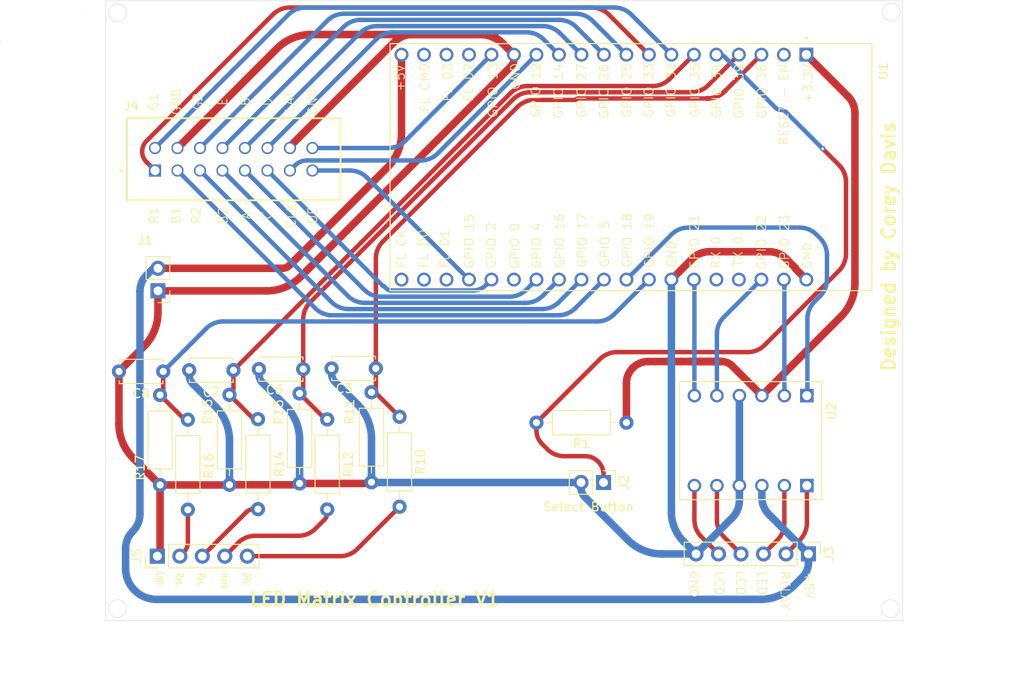
<source format=kicad_pcb>
(kicad_pcb (version 20221018) (generator pcbnew)
  (layers (0 "F.Cu" signal) (31 "B.Cu" signal) (34 "B.Paste" user) (35 "F.Paste" user) (36 "B.SilkS" user "B.Silkscreen") (37 "F.SilkS" user "F.Silkscreen") (38 "B.Mask" user) (39 "F.Mask" user) (44 "Edge.Cuts" user))
  (net 0 "")
  (net 1 "Net-(U1-SENSOR_VP)")
  (net 2 "GND")
  (net 3 "Net-(U1-SENSOR_VN)")
  (net 4 "Net-(U1-IO35)")
  (net 5 "Net-(U1-IO19)")
  (net 6 "+5V")
  (net 7 "Net-(J2-Pin_1)")
  (net 8 "Net-(J3-Pin_2)")
  (net 9 "Net-(J3-Pin_3)")
  (net 10 "Net-(J3-Pin_4)")
  (net 11 "Net-(J3-Pin_5)")
  (net 12 "Net-(J4-OE)")
  (net 13 "Net-(J4-G1)")
  (net 14 "Net-(J4-CLK)")
  (net 15 "Net-(J4-G2)")
  (net 16 "Net-(J4-E)")
  (net 17 "Net-(J4-A)")
  (net 18 "Net-(J4-B)")
  (net 19 "Net-(J4-C)")
  (net 20 "Net-(J4-D)")
  (net 21 "+3.3V")
  (net 22 "Net-(J5-Pin_2)")
  (net 23 "Net-(J5-Pin_3)")
  (net 28 "Net-(U1-IO23)")
  (net 29 "Net-(U1-IO22)")
  (net 32 "Net-(U1-IO21)")
  (net 33 "Net-(U1-IO18)")
  (net 38 "Net-(J4-R1)")
  (net 39 "Net-(J4-B1)")
  (net 40 "Net-(J4-R2)")
  (net 41 "Net-(J4-B2)")
  (net 42 "Net-(J5-Pin_4)")
  (net 43 "Net-(J5-Pin_5)")
  (net 44 "Net-(U1-IO13)")
  (footprint "Resistor_THT:R_Axial_DIN0207_L6.3mm_D2.5mm_P10.16mm_Horizontal" (layer "F.Cu") (at 51.77 71.3 -90)
    (fp_text reference "R16")
    (fp_text value "47K")
  )
  (footprint "Library:SAMTEC_ZSS-108-01-F-D-506" (layer "F.Cu") (at 48.06 43.1576)
    (fp_text reference "J4")
    (fp_text value "ZSS-108-01-F-D-506")
  )
  (footprint "Connector_PinHeader_2.54mm:PinHeader_1x02_P2.54mm_Vertical" (layer "F.Cu") (at 98.715 78.39 -90)
    (fp_text reference "J2")
    (fp_text value "Select Button")
  )
  (footprint "Connector_PinHeader_2.54mm:PinHeader_1x02_P2.54mm_Vertical" (layer "F.Cu") (at 48.395 56.74 180)
    (fp_text reference "J1")
    (fp_text value "5V Power In")
  )
  (footprint "Connector_PinHeader_2.54mm:PinHeader_1x06_P2.54mm_Vertical" (layer "F.Cu") (at 121.86 86.46 -90)
    (fp_text reference "J3")
    (fp_text value "LCD, Relay, LED Signal" hide)
  )
  (footprint "Resistor_THT:R_Axial_DIN0207_L6.3mm_D2.5mm_P10.16mm_Horizontal" (layer "F.Cu") (at 72.51 68.2 -90)
    (fp_text reference "R11")
    (fp_text value "10K")
  )
  (footprint "Connector_PinHeader_2.54mm:PinHeader_1x05_P2.54mm_Vertical" (layer "F.Cu") (at 48.325 86.71 90)
    (fp_text reference "J5")
    (fp_text value "Conn_01x05_Pin" hide)
  )
  (footprint "ESP32-DEVKITC-32D:MODULE_ESP32-DEVKITC-32D" (layer "F.Cu") (at 101.86 42.775 -90)
    (fp_text reference "U1")
    (fp_text value "ESP32-DEVKITC-32D")
  )
  (footprint "Capacitor_THT:C_Disc_D4.7mm_W2.5mm_P5.00mm" (layer "F.Cu") (at 56.92 65.71 180)
    (fp_text reference "C7")
    (fp_text value "22pF")
  )
  (footprint "BOB-12009:CONV_BOB-12009" (layer "F.Cu") (at 115.33 73.66 -90)
    (fp_text reference "U2")
    (fp_text value "BOB-12009")
  )
  (footprint "Resistor_THT:R_Axial_DIN0207_L6.3mm_D2.5mm_P10.16mm_Horizontal" (layer "F.Cu") (at 64.39 68.34 -90)
    (fp_text reference "R13")
    (fp_text value "10K")
  )
  (footprint "Capacitor_THT:C_Disc_D4.7mm_W2.5mm_P5.00mm" (layer "F.Cu") (at 48.99 65.85 180)
    (fp_text reference "C8")
    (fp_text value "22pF")
  )
  (footprint "Capacitor_THT:C_Disc_D4.7mm_W2.5mm_P5.00mm" (layer "F.Cu") (at 73 65.51 180)
    (fp_text reference "C5")
    (fp_text value "22pF")
  )
  (footprint "Resistor_THT:R_Axial_DIN0207_L6.3mm_D2.5mm_P10.16mm_Horizontal" (layer "F.Cu") (at 48.63 68.51 -90)
    (fp_text reference "R17")
    (fp_text value "10K")
  )
  (footprint "Resistor_THT:R_Axial_DIN0207_L6.3mm_D2.5mm_P10.16mm_Horizontal" (layer "F.Cu") (at 56.47 68.49 -90)
    (fp_text reference "R15")
    (fp_text value "10K")
  )
  (footprint "Capacitor_THT:C_Disc_D4.7mm_W2.5mm_P5.00mm" (layer "F.Cu") (at 64.8 65.59 180)
    (fp_text reference "C6")
    (fp_text value "22pF")
  )
  (footprint "Resistor_THT:R_Axial_DIN0207_L6.3mm_D2.5mm_P10.16mm_Horizontal" (layer "F.Cu") (at 101.3 71.63 180)
    (fp_text reference "R1")
    (fp_text value "1M")
  )
  (footprint "Resistor_THT:R_Axial_DIN0207_L6.3mm_D2.5mm_P10.16mm_Horizontal" (layer "F.Cu") (at 59.69 71.24 -90)
    (fp_text reference "R14")
    (fp_text value "47K")
  )
  (footprint "Resistor_THT:R_Axial_DIN0207_L6.3mm_D2.5mm_P10.16mm_Horizontal" (layer "F.Cu") (at 67.51 71.27 -90)
    (fp_text reference "R12")
    (fp_text value "47K")
  )
  (footprint "Resistor_THT:R_Axial_DIN0207_L6.3mm_D2.5mm_P10.16mm_Horizontal" (layer "F.Cu") (at 75.68 70.97 -90)
    (fp_text reference "R10")
    (fp_text value "47K")
  )
  (gr_circle (center 30.58 28.66) (end 30.58 28.66) (stroke (width 0.05)) (fill none) (layer "Edge.Cuts"))
  (gr_circle (center 131.22 25.26) (end 131.95 25.95) (stroke (width 0.05)) (fill none) (layer "Edge.Cuts"))
  (gr_circle (center 131.11 92.63) (end 131.84 93.32) (stroke (width 0.05)) (fill none) (layer "Edge.Cuts"))
  (gr_rect (start 42.5 24) (end 132.5 94) (stroke (width 0.05)) (fill none) (layer "Edge.Cuts"))
  (gr_circle (center 40 25) (end 40 25) (stroke (width 0.05)) (fill none) (layer "Edge.Cuts"))
  (gr_circle (center 43.83 92.63) (end 44.56 93.32) (stroke (width 0.05)) (fill none) (layer "Edge.Cuts"))
  (gr_circle (center 43.83 25.35) (end 44.56 26.04) (stroke (width 0.05)) (fill none) (layer "Edge.Cuts"))
  (gr_text "+5V" (at 121.33 88.39 -90) (layer "F.SilkS") (effects (font (size 1 1) (thickness 0.1)) (justify left bottom)))
  (gr_text "GPIO 25" (at 101.94 37.2675 90) (layer "F.SilkS") (effects (font (size 1 1) (thickness 0.1)) (justify left bottom)))
  (gr_text "RX 0" (at 112 54.3175 90) (layer "F.SilkS") (effects (font (size 1 1) (thickness 0.1)) (justify left bottom)))
  (gr_text "FL CK" (at 76.47 54.2675 90) (layer "F.SilkS") (effects (font (size 1 1) (thickness 0.1)) (justify left bottom)))
  (gr_text "GPIO 34" (at 112.08 37.3275 90) (layer "F.SilkS") (effects (font (size 1 1) (thickness 0.1)) (justify left bottom)))
  (gr_text "GND" (at 122.3 54.3775 90) (layer "F.SilkS") (effects (font (size 1 1) (thickness 0.1)) (justify left bottom)))
  (gr_text "GND" (at 48.085 88.36 -90) (layer "F.SilkS") (effects (font (size 0.8 0.5) (thickness 0.1)) (justify left bottom)))
  (gr_text "GPIO 26" (at 99.35 37.3675 90) (layer "F.SilkS") (effects (font (size 1 1) (thickness 0.1)) (justify left bottom)))
  (gr_text "GND" (at 66.46 36.977619 90) (layer "F.SilkS") (effects (font (size 1 1) (thickness 0.1)) (justify left bottom)))
  (gr_text "GPIO 22" (at 117.14 54.4375 90) (layer "F.SilkS") (effects (font (size 1 1) (thickness 0.1)) (justify left bottom)))
  (gr_text "C" (at 61.27 48.801428 90) (layer "F.SilkS") (effects (font (size 1 1) (thickness 0.1)) (justify left bottom)))
  (gr_text "GPIO 18" (at 101.98 54.2175 90) (layer "F.SilkS") (effects (font (size 1 1) (thickness 0.1)) (justify left bottom)))
  (gr_text "GPIO 39" (at 114.6 37.3875 90) (layer "F.SilkS") (effects (font (size 1 1) (thickness 0.1)) (justify left bottom)))
  (gr_text "GPIO 32" (at 106.93 37.2575 90) (layer "F.SilkS") (effects (font (size 1 1) (thickness 0.1)) (justify left bottom)))
  (gr_text "Res." (at 50.325 88.58 -90) (layer "F.SilkS") (effects (font (size 0.8 0.5) (thickness 0.1)) (justify left bottom)))
  (gr_text "GPIO 19" (at 104.47 54.2475 90) (layer "F.SilkS") (effects (font (size 1 1) (thickness 0.1)) (justify left bottom)))
  (gr_text "GPIO 36" (at 117.18 37.3475 90) (layer "F.SilkS") (effects (font (size 1 1) (thickness 0.1)) (justify left bottom)))
  (gr_text "B1" (at 51.01 49.277619 90) (layer "F.SilkS") (effects (font (size 1 1) (thickness 0.1)) (justify left bottom)))
  (gr_text "GPIO 5" (at 99.43 54.1575 90) (layer "F.SilkS") (effects (font (size 1 1) (thickness 0.1)) (justify left bottom)))
  (gr_text "GND" (at 106.99 54.2175 90) (layer "F.SilkS") (effects (font (size 1 1) (thickness 0.1)) (justify left bottom)))
  (gr_text "A" (at 58.93 48.73 90) (layer "F.SilkS") (effects (font (size 1 1) (thickness 0.1)) (justify left bottom)))
  (gr_text "GPIO 0" (at 89.28 54.3475 90) (layer "F.SilkS") (effects (font (size 1 1) (thickness 0.1)) (justify left bottom)))
  (gr_text "GPIO 15" (at 84.14 54.3175 90) (layer "F.SilkS") (effects (font (size 1 1) (thickness 0.1)) (justify left bottom)))
  (gr_text "GPIO 16" (at 94.35 54.2775 90) (layer "F.SilkS") (effects (font (size 1 1) (thickness 0.1)) (justify left bottom)))
  (gr_text "GPIO 14" (at 94.21 37.3375 90) (layer "F.SilkS") (effects (font (size 1 1) (thickness 0.1)) (justify left bottom)))
  (gr_text "LCD" (at 113.61 88.26 -90) (layer "F.SilkS") (effects (font (size 1 1) (thickness 0.1)) (justify left bottom)))
  (gr_text "B" (at 58.85 35.953809 90) (layer "F.SilkS") (effects (font (size 1 1) (thickness 0.1)) (justify left bottom)))
  (gr_text "D" (at 61.35 35.953809 90) (layer "F.SilkS") (effects (font (size 1 1) (thickness 0.1)) (justify left bottom)))
  (gr_text "G1" (at 48.47 36.43 90) (layer "F.SilkS") (effects (font (size 1 1) (thickness 0.1)) (justify left bottom)))
  (gr_text "GPIO 4" (at 91.74 54.3175 90) (layer "F.SilkS") (effects (font (size 1 1) (thickness 0.1)) (justify left bottom)))
  (gr_text "Res." (at 52.785 88.56 -90) (layer "F.SilkS") (effects (font (size 0.8 0.5) (thickness 0.1)) (justify left bottom)))
  (gr_text "LED\n" (at 116.01 88.34 -90) (layer "F.SilkS") (effects (font (size 1 1) (thickness 0.1)) (justify left bottom)))
  (gr_text "GPIO 23" (at 119.75 54.3775 90) (layer "F.SilkS") (effects (font (size 1 1) (thickness 0.1)) (justify left bottom)))
  (gr_text "FL D1" (at 81.37 54.2475 90) (layer "F.SilkS") (effects (font (size 1 1) (thickness 0.1)) (justify left bottom)))
  (gr_text "FL D3" (at 81.7 35.4375 90) (layer "F.SilkS") (effects (font (size 1 1) (thickness 0.1) bold) (justify left bottom)))
  (gr_text "Horn" (at 55.475 88.6 -90) (layer "F.SilkS") (effects (font (size 0.8 0.5) (thickness 0.1)) (justify left bottom)))
  (gr_text "GPIO 35" (at 109.63 37.2675 90) (layer "F.SilkS") (effects (font (size 1 1) (thickness 0.1)) (justify left bottom)))
  (gr_text "OE" (at 66.45 49.277619 90) (layer "F.SilkS") (effects (font (size 1 1) (thickness 0.1)) (justify left bottom)))
  (gr_text "TX 0" (at 114.49 54.0675 90) (layer "F.SilkS") (effects (font (size 1 1) (thickness 0.1)) (justify left bottom)))
  (gr_text "GPIO 2" (at 86.63 54.3175 90) (layer "F.SilkS") (effects (font (size 1 1) (thickness 0.1)) (justify left bottom)))
  (gr_text "CLK" (at 64.04 49.70619 90) (layer "F.SilkS") (effects (font (size 1 1) (thickness 0.1)) (justify left bottom)))
  (gr_text "DRL" (at 57.935 88.53 -90) (layer "F.SilkS") (effects (font (size 0.8 0.5) (thickness 0.1)) (justify left bottom)))
  (gr_text "R2" (at 53.3 49.277619 90) (layer "F.SilkS") (effects (font (size 1 1) (thickness 0.1)) (justify left bottom)))
  (gr_text "GND" (at 108.36 88.27 -90) (layer "F.SilkS") (effects (font (size 1 1) (thickness 0.1)) (justify left bottom)))
  (gr_text "R1" (at 48.5 49.277619 90) (layer "F.SilkS") (effects (font (size 1 1) (thickness 0.1)) (justify left bottom)))
  (gr_text "RESET - EN" (at 119.67 40.4075 90) (layer "F.SilkS") (effects (font (size 1 1) (thickness 0.1)) (justify left bottom)))
  (gr_text "FL D2" (at 84.07 35.4675 90) (layer "F.SilkS") (effects (font (size 1 1) (thickness 0.1) bold) (justify left bottom)))
  (gr_text "Designed by Corey Davis" (at 131.8 66.02 90) (layer "F.SilkS") (effects (font (size 1.5 1.5) (thickness 0.3) bold) (justify left bottom)))
  (gr_text "GPIO 12" (at 91.65 37.2275 90) (layer "F.SilkS") (effects (font (size 1 1) (thickness 0.1)) (justify left bottom)))
  (gr_text "GPIO 27" (at 96.82 37.3075 90) (layer "F.SilkS") (effects (font (size 1 1) (thickness 0.1)) (justify left bottom)))
  (gr_text "G2" (at 53.49 36.43 90) (layer "F.SilkS") (effects (font (size 1 1) (thickness 0.1)) (justify left bottom)))
  (gr_text "GPIO 17" (at 96.88 54.2175 90) (layer "F.SilkS") (effects (font (size 1 1) (thickness 0.1)) (justify left bottom)))
  (gr_text "FL D0" (at 78.96 54.2475 90) (layer "F.SilkS") (effects (font (size 1 1) (thickness 0.1)) (justify left bottom)))
  (gr_text "E" (at 56.29 35.90619 90) (layer "F.SilkS") (effects (font (size 1 1) (thickness 0.1)) (justify left bottom)))
  (gr_text "RELAY" (at 118.64 88.31 -90) (layer "F.SilkS") (effects (font (size 1 1) (thickness 0.1)) (justify left bottom)))
  (gr_text "B2" (at 56.34 49.277619 90) (layer "F.SilkS") (effects (font (size 1 1) (thickness 0.1)) (justify left bottom)))
  (gr_text "LCD" (at 111.18 88.28 -90) (layer "F.SilkS") (effects (font (size 1 1) (thickness 0.1)) (justify left bottom)))
  (gr_text "FL CMD" (at 79.11 36.6475 90) (layer "F.SilkS") (effects (font (size 1 1) (thickness 0.1) bold) (justify left bottom)))
  (gr_text "GND" (at 51.07 36.977619 90) (layer "F.SilkS") (effects (font (size 1 1) (thickness 0.1)) (justify left bottom)))
  (gr_text "+5V" (at 76.34 34.3075 90) (layer "F.SilkS") (effects (font (size 1 1) (thickness 0.1) bold) (justify left bottom)))
  (gr_text "LAT" (at 63.84 36.668095 90) (layer "F.SilkS") (effects (font (size 1 1) (thickness 0.1)) (justify left bottom)))
  (gr_text "+3.3V" (at 122.41 35.6475 90) (layer "F.SilkS") (effects (font (size 1 1) (thickness 0.1)) (justify left bottom)))
  (gr_text "GPIO 13" (at 86.81 37.2575 90) (layer "F.SilkS") (effects (font (size 1 1) (thickness 0.1) bold) (justify left bottom)))
  (gr_text "GPIO 21" (at 109.57 54.3475 90) (layer "F.SilkS") (effects (font (size 1 1) (thickness 0.1)) (justify left bottom)))
  (gr_text "GPIO 33" (at 104.43 37.2675 90) (layer "F.SilkS") (effects (font (size 1 1) (thickness 0.1)) (justify left bottom)))
  (gr_text "LED Matrix Controller V1" (at 58.61 92.47) (layer "F.SilkS") (effects (font (size 1.5 1.5) (thickness 0.3) bold) (justify left bottom)))
  (gr_text "GND" (at 89.34 34.1175 90) (layer "F.SilkS") (effects (font (size 1 1) (thickness 0.1)) (justify left bottom)))
  (segment (start 112.438281 34.176696) (end 112.436592 34.178383) (width 0.5) (layer "F.Cu") (net 1))
  (segment (start 110.367806 35.019994) (end 110.364228 35.019994) (width 0.5) (layer "F.Cu") (net 1))
  (segment (start 112.439969 34.175008) (end 112.442501 34.172478) (width 0.5) (layer "F.Cu") (net 1))
  (segment (start 110.27714 35.02) (end 95.864403 35.02) (width 0.5) (layer "F.Cu") (net 1))
  (segment (start 112.434905 34.180069) (end 112.433218 34.181756) (width 0.5) (layer "F.Cu") (net 1))
  (segment (start 110.386892 35.019991) (end 110.377349 35.019993) (width 0.5) (layer "F.Cu") (net 1))
  (segment (start 112.405285 34.209496) (end 112.378121 34.236317) (width 0.5) (layer "F.Cu") (net 1))
  (segment (start 112.436592 34.178383) (end 112.434905 34.180069) (width 0.5) (layer "F.Cu") (net 1))
  (segment (start 112.468654 34.146335) (end 112.466967 34.148022) (width 0.5) (layer "F.Cu") (net 1))
  (segment (start 112.44925 34.165733) (end 112.442501 34.172478) (width 0.5) (layer "F.Cu") (net 1))
  (segment (start 112.009943 34.538266) (end 112.072145 34.494132) (width 0.5) (layer "F.Cu") (net 1))
  (segment (start 110.400016 35.019987) (end 110.396435 35.019988) (width 0.5) (layer "F.Cu") (net 1))
  (segment (start 73 68.29) (end 73 53.098115) (width 0.5) (layer "F.Cu") (net 1))
  (segment (start 110.404789 35.019985) (end 110.402403 35.019986) (width 0.5) (layer "F.Cu") (net 1))
  (segment (start 110.960952 34.972774) (end 110.885761 34.985549) (width 0.5) (layer "F.Cu") (net 1))
  (segment (start 111.749555 34.696828) (end 111.816306 34.659936) (width 0.5) (layer "F.Cu") (net 1))
  (segment (start 112.466967 34.148022) (end 112.465278 34.149709) (width 0.5) (layer "F.Cu") (net 1))
  (segment (start 112.266865 34.340738) (end 112.29547 34.315502) (width 0.5) (layer "F.Cu") (net 1))
  (segment (start 111.473051 34.825242) (end 111.543513 34.796055) (width 0.5) (layer "F.Cu") (net 1))
  (segment (start 110.734534 35.005233) (end 110.715526 35.007375) (width 0.5) (layer "F.Cu") (net 1))
  (segment (start 112.482151 34.132839) (end 112.473716 34.141274) (width 0.5) (layer "F.Cu") (net 1))
  (segment (start 112.526859 34.088133) (end 116.54 30.075) (width 0.5) (layer "F.Cu") (net 1))
  (segment (start 112.473716 34.141274) (end 112.468654 34.146335) (width 0.5) (layer "F.Cu") (net 1))
  (segment (start 95.471934 35.182566) (end 90.915549 35.182566) (width 0.5) (layer "F.Cu") (net 1))
  (segment (start 112.465278 34.149709) (end 112.462748 34.152239) (width 0.5) (layer "F.Cu") (net 1))
  (segment (start 110.487102 35.019605) (end 110.448928 35.019848) (width 0.5) (layer "F.Cu") (net 1))
  (segment (start 112.499865 34.115125) (end 112.490586 34.124404) (width 0.5) (layer "F.Cu") (net 1))
  (segment (start 88.991671 35.979462) (end 73.796896 51.174237) (width 0.5) (layer "F.Cu") (net 1))
  (segment (start 112.439969 34.175008) (end 112.438281 34.176696) (width 0.5) (layer "F.Cu") (net 1))
  (segment (start 110.639609 35.014774) (end 110.601536 35.017154) (width 0.5) (layer "F.Cu") (net 1))
  (segment (start 110.359454 35.019995) (end 110.352296 35.019996) (width 0.5) (layer "F.Cu") (net 1))
  (segment (start 110.402403 35.019986) (end 110.400016 35.019987) (width 0.5) (layer "F.Cu") (net 1))
  (segment (start 110.409562 35.019985) (end 110.410755 35.019985) (width 0.5) (layer "F.Cu") (net 1))
  (segment (start 110.315315 35.019998) (end 110.27714 35.02) (width 0.5) (layer "F.Cu") (net 1))
  (segment (start 110.396435 35.019988) (end 110.386892 35.019991) (width 0.5) (layer "F.Cu") (net 1))
  (segment (start 110.352296 35.019996) (end 110.340367 35.019997) (width 0.5) (layer "F.Cu") (net 1))
  (segment (start 111.257194 34.900771) (end 111.183907 34.921885) (width 0.5) (layer "F.Cu") (net 1))
  (segment (start 110.407176 35.019985) (end 110.404789 35.019985) (width 0.5) (layer "F.Cu") (net 1))
  (segment (start 110.361841 35.019995) (end 110.359454 35.019995) (width 0.5) (layer "F.Cu") (net 1))
  (segment (start 112.350882 34.263063) (end 112.350872 34.263072) (width 0.5) (layer "F.Cu") (net 1))
  (segment (start 73 68.29) (end 75.68 70.97) (width 0.5) (layer "F.Cu") (net 1))
  (segment (start 110.525274 35.019257) (end 110.525289 35.019257) (width 0.5) (layer "F.Cu") (net 1))
  (segment (start 110.315315 35.019998) (end 110.328438 35.019998) (width 0.5) (layer "F.Cu") (net 1))
  (segment (start 112.455999 34.158986) (end 112.44925 34.165733) (width 0.5) (layer "F.Cu") (net 1))
  (segment (start 112.526859 34.088133) (end 112.499865 34.115125) (width 0.5) (layer "F.Cu") (net 1))
  (segment (start 110.340367 35.019997) (end 110.328438 35.019998) (width 0.5) (layer "F.Cu") (net 1))
  (segment (start 112.490586 34.124404) (end 112.482151 34.132839) (width 0.5) (layer "F.Cu") (net 1))
  (segment (start 110.364228 35.019994) (end 110.361841 35.019995) (width 0.5) (layer "F.Cu") (net 1))
  (segment (start 112.462748 34.152239) (end 112.455999 34.158986) (width 0.5) (layer "F.Cu") (net 1))
  (segment (start 110.409562 35.019985) (end 110.407176 35.019985) (width 0.5) (layer "F.Cu") (net 1))
  (segment (start 112.207951 34.389188) (end 112.192996 34.401114) (width 0.5) (layer "F.Cu") (net 1))
  (segment (start 110.377349 35.019993) (end 110.367806 35.019994) (width 0.5) (layer "F.Cu") (net 1))
  (segment (start 112.432375 34.1826) (end 112.433218 34.181756) (width 0.5) (layer "F.Cu") (net 1))
  (arc (start 110.734534 35.005233) (mid 110.772422 35.000902) (end 110.810297 34.99645) (width 0.5) (layer "F.Cu") (net 1))
  (arc (start 112.133214 34.448478) (mid 112.163142 34.424843) (end 112.192996 34.401114) (width 0.5) (layer "F.Cu") (net 1))
  (arc (start 112.432375 34.1826) (mid 112.418848 34.196066) (end 112.405285 34.209496) (width 0.5) (layer "F.Cu") (net 1))
  (arc (start 112.133214 34.448478) (mid 112.102963 34.471684) (end 112.072145 34.494132) (width 0.5) (layer "F.Cu") (net 1))
  (arc (start 110.525289 35.019257) (mid 110.54436 35.019) (end 110.563431 35.018687) (width 0.5) (layer "F.Cu") (net 1))
  (arc (start 112.207951 34.389188) (mid 112.222847 34.377276) (end 112.237713 34.365326) (width 0.5) (layer "F.Cu") (net 1))
  (arc (start 111.613209 34.765133) (mid 111.647619 34.748696) (end 111.681925 34.73204) (width 0.5) (layer "F.Cu") (net 1))
  (arc (start 112.323499 34.289641) (mid 112.309628 34.302727) (end 112.29547 34.315502) (width 0.5) (layer "F.Cu") (net 1))
  (arc (start 111.329915 34.877849) (mid 111.365949 34.865369) (end 111.401904 34.85266) (width 0.5) (layer "F.Cu") (net 1))
  (arc (start 110.677609 35.011548) (mid 110.69657 35.009486) (end 110.715526 35.007375) (width 0.5) (layer "F.Cu") (net 1))
  (arc (start 110.410755 35.019985) (mid 110.429841 35.019943) (end 110.448928 35.019848) (width 0.5) (layer "F.Cu") (net 1))
  (arc (start 111.882103 34.621407) (mid 111.914457 34.60122) (end 111.946682 34.580829) (width 0.5) (layer "F.Cu") (net 1))
  (arc (start 111.613209 34.765133) (mid 111.578553 34.781027) (end 111.543513 34.796055) (width 0.5) (layer "F.Cu") (net 1))
  (arc (start 111.473051 34.825242) (mid 111.437648 34.839393) (end 111.401904 34.85266) (width 0.5) (layer "F.Cu") (net 1))
  (arc (start 95.471934 35.182566) (mid 95.578135 35.161441) (end 95.668169 35.101283) (width 0.5) (layer "F.Cu") (net 1))
  (arc (start 112.350882 34.263063) (mid 112.36452 34.249708) (end 112.378121 34.236317) (width 0.5) (layer "F.Cu") (net 1))
  (arc (start 110.601536 35.017154) (mid 110.582492 35.018132) (end 110.563431 35.018687) (width 0.5) (layer "F.Cu") (net 1))
  (arc (start 112.266865 34.340738) (mid 112.252425 34.353194) (end 112.237713 34.365326) (width 0.5) (layer "F.Cu") (net 1))
  (arc (start 112.009943 34.538266) (mid 111.978577 34.55994) (end 111.946682 34.580829) (width 0.5) (layer "F.Cu") (net 1))
  (arc (start 111.183907 34.921885) (mid 111.147142 34.931983) (end 111.110139 34.941166) (width 0.5) (layer "F.Cu") (net 1))
  (arc (start 110.885761 34.985549) (mid 110.848096 34.991468) (end 110.810297 34.99645) (width 0.5) (layer "F.Cu") (net 1))
  (arc (start 110.525274 35.019257) (mid 110.506188 35.019457) (end 110.487102 35.019605) (width 0.5) (layer "F.Cu") (net 1))
  (arc (start 111.035782 34.958138) (mid 110.998457 34.965921) (end 110.960952 34.972774) (width 0.5) (layer "F.Cu") (net 1))
  (arc (start 111.681925 34.73204) (mid 111.715958 34.714854) (end 111.749555 34.696828) (width 0.5) (layer "F.Cu") (net 1))
  (arc (start 111.035782 34.958138) (mid 111.072987 34.94977) (end 111.110139 34.941166) (width 0.5) (layer "F.Cu") (net 1))
  (arc (start 111.257194 34.900771) (mid 111.293697 34.889762) (end 111.329915 34.877849) (width 0.5) (layer "F.Cu") (net 1))
  (arc (start 95.668169 35.101283) (mid 95.758202 35.041124) (end 95.864403 35.02) (width 0.5) (layer "F.Cu") (net 1))
  (arc (start 111.882103 34.621407) (mid 111.849444 34.64108) (end 111.816306 34.659936) (width 0.5) (layer "F.Cu") (net 1))
  (arc (start 73.796896 51.174237) (mid 73.207106 52.05692) (end 73 53.098115) (width 0.5) (layer "F.Cu") (net 1))
  (arc (start 112.323499 34.289641) (mid 112.337205 34.276377) (end 112.350872 34.263072) (width 0.5) (layer "F.Cu") (net 1))
  (arc (start 90.915549 35.182566) (mid 89.874354 35.389672) (end 88.991671 35.979462) (width 0.5) (layer "F.Cu") (net 1))
  (arc (start 110.639609 35.014774) (mid 110.658626 35.013372) (end 110.677609 35.011548) (width 0.5) (layer "F.Cu") (net 1))
  (segment (start 120.416516 54.271516) (end 121.62 55.475) (width 0.85) (layer "F.Cu") (net 2))
  (segment (start 87.4625 28.9375) (end 88.6 30.075) (width 0.85) (layer "F.Cu") (net 2))
  (segment (start 48.63 86.189332) (end 48.63 78.67) (width 0.85) (layer "F.Cu") (net 2))
  (segment (start 61.823807 29.393792) (end 50.6 40.6176) (width 0.85) (layer "F.Cu") (net 2))
  (segment (start 64.496066 78.5) (end 72.271005 78.5) (width 0.85) (layer "F.Cu") (net 2))
  (segment (start 43.99 71.776036) (end 43.99 65.85) (width 0.85) (layer "F.Cu") (net 2))
  (segment (start 64.133933 78.65) (end 56.484142 78.65) (width 0.85) (layer "F.Cu") (net 2))
  (segment (start 63.3 40.5288) (end 63.3 40.6176) (width 0.85) (layer "F.Cu") (net 2))
  (segment (start 65.671563 27.8) (end 84.716332 27.8) (width 0.85) (layer "F.Cu") (net 2))
  (segment (start 77.066981 27.8) (end 85.198014 27.8) (width 0.85) (layer "F.Cu") (net 2))
  (segment (start 63.362791 40.377208) (end 75.143103 28.596896) (width 0.85) (layer "F.Cu") (net 2))
  (segment (start 46.801207 63.038792) (end 43.99 65.85) (width 0.85) (layer "F.Cu") (net 2))
  (segment (start 87.121896 28.596896) (end 88.6 30.075) (width 0.85) (layer "F.Cu") (net 2))
  (segment (start 108.728103 53.126896) (end 106.38 55.475) (width 0.85) (layer "F.Cu") (net 2))
  (segment (start 45.583792 75.623792) (end 48.63 78.67) (width 0.85) (layer "F.Cu") (net 2))
  (segment (start 120.363483 54.143483) (end 119.346896 53.126896) (width 0.85) (layer "F.Cu") (net 2))
  (segment (start 88.251749 31.40825) (end 64.503791 55.156207) (width 0.85) (layer "F.Cu") (net 2))
  (segment (start 110.651981 52.33) (end 117.423018 52.33) (width 0.85) (layer "F.Cu") (net 2))
  (segment (start 60.656035 56.75) (end 48.412071 56.75) (width 0.85) (layer "F.Cu") (net 2))
  (segment (start 48.395 59.191036) (end 48.395 56.747071) (width 0.85) (layer "F.Cu") (net 2))
  (segment (start 48.4775 86.5575) (end 48.325 86.71) (width 0.85) (layer "F.Cu") (net 2))
  (segment (start 48.63 78.67) (end 56.435857 78.67) (width 0.85) (layer "F.Cu") (net 2))
  (arc (start 110.651981 52.33) (mid 109.610786 52.537106) (end 108.728103 53.126896) (width 0.85) (layer "F.Cu") (net 2))
  (arc (start 64.496066 78.5) (mid 64.398073 78.519491) (end 64.315 78.575) (width 0.85) (layer "F.Cu") (net 2))
  (arc (start 56.47 78.635857) (mid 56.474142 78.645857) (end 56.484142 78.65) (width 0.85) (layer "F.Cu") (net 2))
  (arc (start 87.4625 28.9375) (mid 86.202547 28.095626) (end 84.716332 27.8) (width 0.85) (layer "F.Cu") (net 2))
  (arc (start 64.315 78.575) (mid 64.231925 78.630508) (end 64.133933 78.65) (width 0.85) (layer "F.Cu") (net 2))
  (arc (start 64.496066 78.5) (mid 64.421066 78.468933) (end 64.39 78.393933) (width 0.85) (layer "F.Cu") (net 2))
  (arc (start 63.362791 40.377208) (mid 63.316318 40.446759) (end 63.3 40.5288) (width 0.85) (layer "F.Cu") (net 2))
  (arc (start 120.416516 54.271516) (mid 120.396891 54.242145) (end 120.39 54.2075) (width 0.85) (layer "F.Cu") (net 2))
  (arc (start 72.608994 78.36) (mid 72.538994 78.331005) (end 72.51 78.261005) (width 0.85) (layer "F.Cu") (net 2))
  (arc (start 61.823807 29.393792) (mid 63.589172 28.214213) (end 65.671563 27.8) (width 0.85) (layer "F.Cu") (net 2))
  (arc (start 64.39 78.393933) (mid 64.370508 78.491925) (end 64.315 78.575) (width 0.85) (layer "F.Cu") (net 2))
  (arc (start 88.251749 31.40825) (mid 88.509493 31.022511) (end 88.6 30.5675) (width 0.85) (layer "F.Cu") (net 2))
  (arc (start 72.608994 78.36) (mid 72.517535 78.378192) (end 72.44 78.43) (width 0.85) (layer "F.Cu") (net 2))
  (arc (start 48.4 56.745) (mid 48.396808 56.744365) (end 48.395 56.747071) (width 0.85) (layer "F.Cu") (net 2))
  (arc (start 45.583792 75.623792) (mid 44.404213 73.858426) (end 43.99 71.776036) (width 0.85) (layer "F.Cu") (net 2))
  (arc (start 48.412071 56.75) (mid 48.405538 56.7487) (end 48.4 56.745) (width 0.85) (layer "F.Cu") (net 2))
  (arc (start 46.801207 63.038792) (mid 47.980786 61.273426) (end 48.395 59.191036) (width 0.85) (layer "F.Cu") (net 2))
  (arc (start 72.44 78.43) (mid 72.491807 78.352464) (end 72.51 78.261005) (width 0.85) (layer "F.Cu") (net 2))
  (arc (start 60.656035 56.75) (mid 62.738425 56.335786) (end 64.503791 55.156207) (width 0.85) (layer "F.Cu") (net 2))
  (arc (start 56.46 78.66) (mid 56.471076 78.652598) (end 56.484142 78.65) (width 0.85) (layer "F.Cu") (net 2))
  (arc (start 75.143103 28.596896) (mid 76.025786 28.007106) (end 77.066981 27.8) (width 0.85) (layer "F.Cu") (net 2))
  (arc (start 56.46 78.66) (mid 56.467401 78.648923) (end 56.47 78.635857) (width 0.85) (layer "F.Cu") (net 2))
  (arc (start 72.271005 78.5) (mid 72.362464 78.481807) (end 72.44 78.43) (width 0.85) (layer "F.Cu") (net 2))
  (arc (start 48.63 86.189332) (mid 48.590366 86.388583) (end 48.4775 86.5575) (width 0.85) (layer "F.Cu") (net 2))
  (arc (start 56.46 78.66) (mid 56.448923 78.667401) (end 56.435857 78.67) (width 0.85) (layer "F.Cu") (net 2))
  (arc (start 87.121896 28.596896) (mid 86.239212 28.007107) (end 85.198014 27.8) (width 0.85) (layer "F.Cu") (net 2))
  (arc (start 117.423018 52.33) (mid 118.464213 52.537106) (end 119.346896 53.126896) (width 0.85) (layer "F.Cu") (net 2))
  (arc (start 120.363483 54.143483) (mid 120.383108 54.172854) (end 120.39 54.2075) (width 0.85) (layer "F.Cu") (net 2))
  (segment (start 68 66.075685) (end 68 65.51) (width 0.85) (layer "B.Cu") (net 2))
  (segment (start 51.92 66.275685) (end 51.92 65.71) (width 0.85) (layer "B.Cu") (net 2))
  (segment (start 107.77 85.07) (end 109.16 86.46) (width 0.85) (layer "B.Cu") (net 2))
  (segment (start 56.47 73.645333) (end 56.47 78.65) (width 0.85) (layer "B.Cu") (net 2))
  (segment (start 64.39 73.565333) (end 64.39 78.5) (width 0.85) (layer "B.Cu") (net 2))
  (segment (start 62.796207 69.717577) (end 60.199999 67.121369) (width 0.85) (layer "B.Cu") (net 2))
  (segment (start 105.296882 86.46) (end 109.16 86.46) (width 0.85) (layer "B.Cu") (net 2))
  (segment (start 72.51 73.405333) (end 72.51 78.338786) (width 0.85) (layer "B.Cu") (net 2))
  (segment (start 114.06 78.74) (end 114.06 68.58) (width 0.85) (layer "B.Cu") (net 2))
  (segment (start 59.8 66.155685) (end 59.8 65.59) (width 0.85) (layer "B.Cu") (net 2))
  (segment (start 109.16 86.46) (end 113.263103 82.356896) (width 0.85) (layer "B.Cu") (net 2))
  (segment (start 106.38 81.714243) (end 106.38 55.475) (width 0.85) (layer "B.Cu") (net 2))
  (segment (start 70.916207 69.557577) (end 68.399999 67.041369) (width 0.85) (layer "B.Cu") (net 2))
  (segment (start 101.449126 84.866207) (end 96.599999 80.01708) (width 0.85) (layer "B.Cu") (net 2))
  (segment (start 52.319999 67.241369) (end 54.876207 69.797577) (width 0.85) (layer "B.Cu") (net 2))
  (segment (start 114.06 80.433018) (end 114.06 78.74) (width 0.85) (layer "B.Cu") (net 2))
  (segment (start 72.561213 78.39) (end 95.573959 78.39) (width 0.85) (layer "B.Cu") (net 2))
  (arc (start 96.175 78.99104) (mid 96.285453 79.546329) (end 96.599999 80.01708) (width 0.85) (layer "B.Cu") (net 2))
  (arc (start 54.876207 69.797577) (mid 56.055786 71.562942) (end 56.47 73.645333) (width 0.85) (layer "B.Cu") (net 2))
  (arc (start 114.06 80.433018) (mid 113.852893 81.474213) (end 113.263103 82.356896) (width 0.85) (layer "B.Cu") (net 2))
  (arc (start 72.51 73.405333) (mid 72.095786 71.322942) (end 70.916207 69.557577) (width 0.85) (layer "B.Cu") (net 2))
  (arc (start 101.449126 84.866207) (mid 103.214491 86.045786) (end 105.296882 86.46) (width 0.85) (layer "B.Cu") (net 2))
  (arc (start 107.77 85.07) (mid 106.741249 83.530365) (end 106.38 81.714243) (width 0.85) (layer "B.Cu") (net 2))
  (arc (start 59.8 66.155685) (mid 59.903956 66.678309) (end 60.199999 67.121369) (width 0.85) (layer "B.Cu") (net 2))
  (arc (start 72.525 78.375) (mid 72.541614 78.386101) (end 72.561213 78.39) (width 0.85) (layer "B.Cu") (net 2))
  (arc (start 72.525 78.375) (mid 72.513898 78.358385) (end 72.51 78.338786) (width 0.85) (layer "B.Cu") (net 2))
  (arc (start 64.39 73.565333) (mid 63.975786 71.482942) (end 62.796207 69.717577) (width 0.85) (layer "B.Cu") (net 2))
  (arc (start 51.92 66.275685) (mid 52.023956 66.798309) (end 52.319999 67.241369) (width 0.85) (layer "B.Cu") (net 2))
  (arc (start 96.175 78.99104) (mid 95.998959 78.56604) (end 95.573959 78.39) (width 0.85) (layer "B.Cu") (net 2))
  (arc (start 68 66.075685) (mid 68.103956 66.598309) (end 68.399999 67.041369) (width 0.85) (layer "B.Cu") (net 2))
  (segment (start 64.8 65.59) (end 64.8 59.946931) (width 0.5) (layer "F.Cu") (net 3))
  (segment (start 65.596896 58.023053) (end 88.503053 35.116896) (width 0.5) (layer "F.Cu") (net 3))
  (segment (start 67.415 71.27) (end 67.51 71.27) (width 0.5) (layer "F.Cu") (net 3))
  (segment (start 90.426931 34.32) (end 108.628018 34.32) (width 0.5) (layer "F.Cu") (net 3))
  (segment (start 110.551896 33.523103) (end 114 30.075) (width 0.5) (layer "F.Cu") (net 3))
  (segment (start 64.8 65.59) (end 64.8 67.640086) (width 0.5) (layer "F.Cu") (net 3))
  (segment (start 67.252824 71.202824) (end 64.595 68.545) (width 0.5) (layer "F.Cu") (net 3))
  (arc (start 90.426931 34.32) (mid 89.385736 34.527106) (end 88.503053 35.116896) (width 0.5) (layer "F.Cu") (net 3))
  (arc (start 64.8 67.640086) (mid 64.746722 67.907931) (end 64.595 68.135) (width 0.5) (layer "F.Cu") (net 3))
  (arc (start 110.551896 33.523103) (mid 109.669213 34.112893) (end 108.628018 34.32) (width 0.5) (layer "F.Cu") (net 3))
  (arc (start 67.415 71.27) (mid 67.327231 71.252541) (end 67.252824 71.202824) (width 0.5) (layer "F.Cu") (net 3))
  (arc (start 64.595 68.545) (mid 64.510086 68.34) (end 64.595 68.135) (width 0.5) (layer "F.Cu") (net 3))
  (arc (start 64.8 59.946931) (mid 65.007106 58.905736) (end 65.596896 58.023053) (width 0.5) (layer "F.Cu") (net 3))
  (segment (start 56.695 68.715) (end 59.053829 71.073829) (width 0.5) (layer "F.Cu") (net 4))
  (segment (start 56.92 65.71) (end 88.213103 34.416896) (width 0.5) (layer "F.Cu") (net 4))
  (segment (start 56.92 67.721801) (end 56.92 65.71) (width 0.5) (layer "F.Cu") (net 4))
  (segment (start 106.171896 32.823103) (end 108.92 30.075) (width 0.5) (layer "F.Cu") (net 4))
  (segment (start 59.455 71.24) (end 59.69 71.24) (width 0.5) (layer "F.Cu") (net 4))
  (segment (start 90.136981 33.62) (end 104.248018 33.62) (width 0.5) (layer "F.Cu") (net 4))
  (arc (start 90.136981 33.62) (mid 89.095786 33.827106) (end 88.213103 34.416896) (width 0.5) (layer "F.Cu") (net 4))
  (arc (start 56.695 68.265) (mid 56.861524 68.015778) (end 56.92 67.721801) (width 0.5) (layer "F.Cu") (net 4))
  (arc (start 106.171896 32.823103) (mid 105.289213 33.412893) (end 104.248018 33.62) (width 0.5) (layer "F.Cu") (net 4))
  (arc (start 56.695 68.265) (mid 56.601801 68.49) (end 56.695 68.715) (width 0.5) (layer "F.Cu") (net 4))
  (arc (start 59.053829 71.073829) (mid 59.237888 71.196813) (end 59.455 71.24) (width 0.5) (layer "F.Cu") (net 4))
  (segment (start 48.99 67.895441) (end 48.99 65.85) (width 0.5) (layer "F.Cu") (net 5))
  (segment (start 51.296256 71.176256) (end 48.81 68.69) (width 0.5) (layer "F.Cu") (net 5))
  (segment (start 51.595 71.3) (end 51.77 71.3) (width 0.5) (layer "F.Cu") (net 5))
  (arc (start 51.595 71.3) (mid 51.433321 71.267839) (end 51.296256 71.176256) (width 0.5) (layer "F.Cu") (net 5))
  (arc (start 48.81 68.33) (mid 48.735441 68.51) (end 48.81 68.69) (width 0.5) (layer "F.Cu") (net 5))
  (arc (start 48.81 68.33) (mid 48.943219 68.130622) (end 48.99 67.895441) (width 0.5) (layer "F.Cu") (net 5))
  (segment (start 99.906896 59.408103) (end 103.84 55.475) (width 0.5) (layer "B.Cu") (net 5))
  (segment (start 53.838103 61.001896) (end 48.99 65.85) (width 0.5) (layer "B.Cu") (net 5))
  (segment (start 97.983018 60.205) (end 55.761981 60.205) (width 0.5) (layer "B.Cu") (net 5))
  (arc (start 55.761981 60.205) (mid 54.720786 60.412106) (end 53.838103 61.001896) (width 0.5) (layer "B.Cu") (net 5))
  (arc (start 99.906896 59.408103) (mid 99.024213 59.997893) (end 97.983018 60.205) (width 0.5) (layer "B.Cu") (net 5))
  (segment (start 75.9 38.965402) (end 75.9 30.075) (width 0.85) (layer "F.Cu") (net 6))
  (segment (start 74.306207 42.813158) (end 64.945315 52.174047) (width 0.85) (layer "F.Cu") (net 6))
  (segment (start 62.441844 54.2) (end 48.395 54.2) (width 0.85) (layer "F.Cu") (net 6))
  (segment (start 63.679096 53.440266) (end 63.510267 53.609096) (width 0.85) (layer "F.Cu") (net 6))
  (segment (start 64.016754 53.102608) (end 64.269998 52.849364) (width 0.85) (layer "F.Cu") (net 6))
  (segment (start 64.016754 53.102608) (end 63.847925 53.271437) (width 0.85) (layer "F.Cu") (net 6))
  (segment (start 63.257024 53.862341) (end 63.341438 53.777926) (width 0.85) (layer "F.Cu") (net 6))
  (segment (start 63.847925 53.271437) (end 63.679096 53.440266) (width 0.85) (layer "F.Cu") (net 6))
  (segment (start 63.510267 53.609096) (end 63.341438 53.777926) (width 0.85) (layer "F.Cu") (net 6))
  (segment (start 64.945315 52.174047) (end 64.269998 52.849364) (width 0.85) (layer "F.Cu") (net 6))
  (arc (start 63.257024 53.862341) (mid 62.883016 54.112245) (end 62.441844 54.2) (width 0.85) (layer "F.Cu") (net 6))
  (arc (start 75.9 38.965402) (mid 75.485786 41.047792) (end 74.306207 42.813158) (width 0.85) (layer "F.Cu") (net 6))
  (segment (start 116.6 80.073018) (end 116.6 78.74) (width 0.85) (layer "B.Cu") (net 6))
  (segment (start 121.86 87.43) (end 121.86 86.46) (width 0.85) (layer "B.Cu") (net 6))
  (segment (start 121.174106 89.085893) (end 120.263792 89.996207) (width 0.85) (layer "B.Cu") (net 6))
  (segment (start 48.222497 91.59) (end 116.416036 91.59) (width 0.85) (layer "B.Cu") (net 6))
  (segment (start 117.396896 81.996896) (end 121.86 86.46) (width 0.85) (layer "B.Cu") (net 6))
  (segment (start 44.74 88.107502) (end 44.74 85.855512) (width 0.85) (layer "B.Cu") (net 6))
  (segment (start 47.122499 54.962499) (end 47.704687 54.380312) (width 0.85) (layer "B.Cu") (net 6))
  (segment (start 46.36 56.803337) (end 46.36 81.944487) (width 0.85) (layer "B.Cu") (net 6))
  (segment (start 48.14 54.2) (end 48.395 54.2) (width 0.85) (layer "B.Cu") (net 6))
  (arc (start 45.55 83.9) (mid 46.149487 83.002803) (end 46.36 81.944487) (width 0.85) (layer "B.Cu") (net 6))
  (arc (start 45.55 83.9) (mid 44.950512 84.797196) (end 44.74 85.855512) (width 0.85) (layer "B.Cu") (net 6))
  (arc (start 45.76 90.57) (mid 46.889803 91.32491) (end 48.222497 91.59) (width 0.85) (layer "B.Cu") (net 6))
  (arc (start 121.86 87.43) (mid 121.681741 88.326162) (end 121.174106 89.085893) (width 0.85) (layer "B.Cu") (net 6))
  (arc (start 44.74 88.107502) (mid 45.005089 89.440196) (end 45.76 90.57) (width 0.85) (layer "B.Cu") (net 6))
  (arc (start 120.263792 89.996207) (mid 118.498426 91.175786) (end 116.416036 91.59) (width 0.85) (layer "B.Cu") (net 6))
  (arc (start 47.122499 54.962499) (mid 46.558167 55.807083) (end 46.36 56.803337) (width 0.85) (layer "B.Cu") (net 6))
  (arc (start 48.14 54.2) (mid 47.90441 54.246861) (end 47.704687 54.380312) (width 0.85) (layer "B.Cu") (net 6))
  (arc (start 117.396896 81.996896) (mid 116.807106 81.114213) (end 116.6 80.073018) (width 0.85) (layer "B.Cu") (net 6))
  (segment (start 98.715 77.494134) (end 98.715 78.39) (width 0.5) (layer "F.Cu") (net 7))
  (segment (start 98.306206 64.463792) (end 91.14 71.63) (width 0.5) (layer "F.Cu") (net 7))
  (segment (start 125.303103 54.476896) (end 116.91 62.869999) (width 0.5) (layer "F.Cu") (net 7))
  (segment (start 125.249115 42.479115) (end 123.47 40.7) (width 0.5) (layer "F.Cu") (net 7))
  (segment (start 126.080964 44.152568) (end 126.089511 44.228425) (width 0.5) (layer "F.Cu") (net 7))
  (segment (start 126.1 44.53333) (end 126.1 52.553018) (width 0.5) (layer "F.Cu") (net 7))
  (segment (start 114.986122 63.666896) (end 100.230084 63.666896) (width 0.5) (layer "F.Cu") (net 7))
  (segment (start 96.640865 75.42) (end 94.286981 75.42) (width 0.5) (layer "F.Cu") (net 7))
  (segment (start 92.363103 74.623103) (end 91.765789 74.025789) (width 0.5) (layer "F.Cu") (net 7))
  (segment (start 91.14 71.63) (end 91.14 72.515) (width 0.5) (layer "F.Cu") (net 7))
  (segment (start 125.504892 42.761818) (end 125.457296 42.702135) (width 0.5) (layer "F.Cu") (net 7))
  (via (at 123.47 40.7) (size 0.6) (drill 0.3) (layers "F.Cu" "B.Cu") (net 7))
  (arc (start 126.029891 43.851984) (mid 125.991798 43.704311) (end 125.945485 43.559008) (width 0.5) (layer "F.Cu") (net 7))
  (arc (start 126.080964 44.152568) (mid 126.059644 44.001559) (end 126.029891 43.851984) (width 0.5) (layer "F.Cu") (net 7))
  (arc (start 125.356398 42.587773) (mid 125.408269 42.643699) (end 125.457296 42.702135) (width 0.5) (layer "F.Cu") (net 7))
  (arc (start 126.1 44.53333) (mid 126.099757 44.456982) (end 126.09903 44.380638) (width 0.5) (layer "F.Cu") (net 7))
  (arc (start 96.640865 75.42) (mid 97.434602 75.577884) (end 98.1075 76.0275) (width 0.5) (layer "F.Cu") (net 7))
  (arc (start 98.1075 76.0275) (mid 98.557115 76.700397) (end 98.715 77.494134) (width 0.5) (layer "F.Cu") (net 7))
  (arc (start 126.09903 44.380638) (mid 126.096164 44.304413) (end 126.089511 44.228425) (width 0.5) (layer "F.Cu") (net 7))
  (arc (start 125.828807 43.277325) (mid 125.758809 43.141831) (end 125.681324 43.010476) (width 0.5) (layer "F.Cu") (net 7))
  (arc (start 125.828807 43.277325) (mid 125.891097 43.41653) (end 125.945485 43.559008) (width 0.5) (layer "F.Cu") (net 7))
  (arc (start 98.306206 64.463792) (mid 99.188889 63.874002) (end 100.230084 63.666896) (width 0.5) (layer "F.Cu") (net 7))
  (arc (start 125.504892 42.761818) (mid 125.596596 42.883671) (end 125.681324 43.010476) (width 0.5) (layer "F.Cu") (net 7))
  (arc (start 92.363103 74.623103) (mid 93.245786 75.212893) (end 94.286981 75.42) (width 0.5) (layer "F.Cu") (net 7))
  (arc (start 114.986122 63.666896) (mid 116.027317 63.459789) (end 116.91 62.869999) (width 0.5) (layer "F.Cu") (net 7))
  (arc (start 125.356398 42.587773) (mid 125.302929 42.533273) (end 125.249115 42.479115) (width 0.5) (layer "F.Cu") (net 7))
  (arc (start 125.303103 54.476896) (mid 125.892893 53.594213) (end 126.1 52.553018) (width 0.5) (layer "F.Cu") (net 7))
  (arc (start 91.765789 74.025789) (mid 91.302637 73.332633) (end 91.14 72.515) (width 0.5) (layer "F.Cu") (net 7))
  (segment (start 111.8025 30.075) (end 111.46 30.075) (width 0.5) (layer "B.Cu") (net 7))
  (segment (start 123.47 40.7) (end 119.327487 36.557487) (width 0.5) (layer "B.Cu") (net 7))
  (segment (start 112.387184 30.317184) (end 118.132512 36.062512) (width 0.5) (layer "B.Cu") (net 7))
  (arc (start 118.73 36.31) (mid 118.406642 36.245679) (end 118.132512 36.062512) (width 0.5) (layer "B.Cu") (net 7))
  (arc (start 118.73 36.31) (mid 119.053357 36.374319) (end 119.327487 36.557487) (width 0.5) (layer "B.Cu") (net 7))
  (arc (start 111.8025 30.075) (mid 112.118928 30.137941) (end 112.387184 30.317184) (width 0.5) (layer "B.Cu") (net 7))
  (segment (start 120.883103 84.896896) (end 119.32 86.46) (width 0.5) (layer "F.Cu") (net 8))
  (segment (start 121.68 82.973018) (end 121.68 78.74) (width 0.5) (layer "F.Cu") (net 8))
  (arc (start 120.883103 84.896896) (mid 121.472893 84.014213) (end 121.68 82.973018) (width 0.5) (layer "F.Cu") (net 8))
  (segment (start 119.14 82.973018) (end 119.14 78.74) (width 0.5) (layer "F.Cu") (net 9))
  (segment (start 118.343103 84.896896) (end 116.78 86.46) (width 0.5) (layer "F.Cu") (net 9))
  (arc (start 118.343103 84.896896) (mid 118.932893 84.014213) (end 119.14 82.973018) (width 0.5) (layer "F.Cu") (net 9))
  (segment (start 111.52 82.613018) (end 111.52 78.74) (width 0.5) (layer "F.Cu") (net 10))
  (segment (start 112.316896 84.536896) (end 114.24 86.46) (width 0.5) (layer "F.Cu") (net 10))
  (arc (start 111.52 82.613018) (mid 111.727106 83.654213) (end 112.316896 84.536896) (width 0.5) (layer "F.Cu") (net 10))
  (segment (start 109.776896 84.536896) (end 111.7 86.46) (width 0.5) (layer "F.Cu") (net 11))
  (segment (start 108.98 82.613018) (end 108.98 78.74) (width 0.5) (layer "F.Cu") (net 11))
  (arc (start 108.98 82.613018) (mid 109.187106 83.654213) (end 109.776896 84.536896) (width 0.5) (layer "F.Cu") (net 11))
  (segment (start 71.999496 43.954496) (end 83.52 55.475) (width 0.5) (layer "B.Cu") (net 12))
  (segment (start 70.075618 43.1576) (end 65.84 43.1576) (width 0.5) (layer "B.Cu") (net 12))
  (arc (start 70.075618 43.1576) (mid 71.116813 43.364706) (end 71.999496 43.954496) (width 0.5) (layer "B.Cu") (net 12))
  (segment (start 101.851896 25.546896) (end 106.38 30.075) (width 0.5) (layer "B.Cu") (net 13))
  (segment (start 65.054581 24.75) (end 99.928018 24.75) (width 0.5) (layer "B.Cu") (net 13))
  (segment (start 63.130703 25.546896) (end 48.06 40.6176) (width 0.5) (layer "B.Cu") (net 13))
  (arc (start 63.130703 25.546896) (mid 64.013386 24.957106) (end 65.054581 24.75) (width 0.5) (layer "B.Cu") (net 13))
  (arc (start 99.928018 24.75) (mid 100.969213 24.957106) (end 101.851896 25.546896) (width 0.5) (layer "B.Cu") (net 13))
  (segment (start 79.989296 41.225703) (end 91.14 30.075) (width 0.5) (layer "B.Cu") (net 14))
  (segment (start 65.237566 42.0226) (end 78.065418 42.0226) (width 0.5) (layer "B.Cu") (net 14))
  (segment (start 63.8675 42.5901) (end 63.3 43.1576) (width 0.5) (layer "B.Cu") (net 14))
  (arc (start 78.065418 42.0226) (mid 79.106613 41.815493) (end 79.989296 41.225703) (width 0.5) (layer "B.Cu") (net 14))
  (arc (start 65.237566 42.0226) (mid 64.496091 42.170088) (end 63.8675 42.5901) (width 0.5) (layer "B.Cu") (net 14))
  (segment (start 69.434581 25.45) (end 95.548018 25.45) (width 0.5) (layer "B.Cu") (net 15))
  (segment (start 97.471896 26.246896) (end 101.3 30.075) (width 0.5) (layer "B.Cu") (net 15))
  (segment (start 67.510703 26.246896) (end 53.14 40.6176) (width 0.5) (layer "B.Cu") (net 15))
  (arc (start 97.471896 26.246896) (mid 96.589213 25.657106) (end 95.548018 25.45) (width 0.5) (layer "B.Cu") (net 15))
  (arc (start 67.510703 26.246896) (mid 68.393386 25.657106) (end 69.434581 25.45) (width 0.5) (layer "B.Cu") (net 15))
  (segment (start 95.631896 26.946896) (end 98.76 30.075) (width 0.5) (layer "B.Cu") (net 16))
  (segment (start 71.274581 26.15) (end 93.708018 26.15) (width 0.5) (layer "B.Cu") (net 16))
  (segment (start 69.350703 26.946896) (end 55.68 40.6176) (width 0.5) (layer "B.Cu") (net 16))
  (arc (start 71.274581 26.15) (mid 70.233386 26.357106) (end 69.350703 26.946896) (width 0.5) (layer "B.Cu") (net 16))
  (arc (start 93.708018 26.15) (mid 94.749213 26.357106) (end 95.631896 26.946896) (width 0.5) (layer "B.Cu") (net 16))
  (segment (start 90.006896 56.608103) (end 91.14 55.475) (width 0.5) (layer "B.Cu") (net 17))
  (segment (start 71.670503 56.608103) (end 58.22 43.1576) (width 0.5) (layer "B.Cu") (net 17))
  (segment (start 73.594381 57.405) (end 88.083018 57.405) (width 0.5) (layer "B.Cu") (net 17))
  (arc (start 90.006896 56.608103) (mid 89.124213 57.197893) (end 88.083018 57.405) (width 0.5) (layer "B.Cu") (net 17))
  (arc (start 71.670503 56.608103) (mid 72.553186 57.197893) (end 73.594381 57.405) (width 0.5) (layer "B.Cu") (net 17))
  (segment (start 93.791896 27.646896) (end 96.22 30.075) (width 0.5) (layer "B.Cu") (net 18))
  (segment (start 91.868018 26.85) (end 73.114581 26.85) (width 0.5) (layer "B.Cu") (net 18))
  (segment (start 71.190703 27.646896) (end 58.22 40.6176) (width 0.5) (layer "B.Cu") (net 18))
  (arc (start 91.868018 26.85) (mid 92.909213 27.057106) (end 93.791896 27.646896) (width 0.5) (layer "B.Cu") (net 18))
  (arc (start 71.190703 27.646896) (mid 72.073386 27.057106) (end 73.114581 26.85) (width 0.5) (layer "B.Cu") (net 18))
  (segment (start 74.1625 56.4625) (end 73.954506 56.254506) (width 0.5) (layer "B.Cu") (net 19))
  (segment (start 85.445 56.09) (end 86.06 55.475) (width 0.5) (layer "B.Cu") (net 19))
  (segment (start 74.747946 56.705) (end 83.960258 56.705) (width 0.5) (layer "B.Cu") (net 19))
  (segment (start 73.787893 56.185493) (end 60.76 43.1576) (width 0.5) (layer "B.Cu") (net 19))
  (arc (start 83.960258 56.705) (mid 84.763794 56.545166) (end 85.445 56.09) (width 0.5) (layer "B.Cu") (net 19))
  (arc (start 73.954506 56.254506) (mid 73.916285 56.228967) (end 73.8712 56.22) (width 0.5) (layer "B.Cu") (net 19))
  (arc (start 73.8712 56.22) (mid 73.826114 56.211031) (end 73.787893 56.185493) (width 0.5) (layer "B.Cu") (net 19))
  (arc (start 74.1625 56.4625) (mid 74.431105 56.641976) (end 74.747946 56.705) (width 0.5) (layer "B.Cu") (net 19))
  (segment (start 91.951896 28.346896) (end 93.68 30.075) (width 0.5) (layer "B.Cu") (net 20))
  (segment (start 73.030703 28.346896) (end 60.76 40.6176) (width 0.5) (layer "B.Cu") (net 20))
  (segment (start 90.028018 27.55) (end 74.954581 27.55) (width 0.5) (layer "B.Cu") (net 20))
  (arc (start 73.030703 28.346896) (mid 73.913386 27.757106) (end 74.954581 27.55) (width 0.5) (layer "B.Cu") (net 20))
  (arc (start 90.028018 27.55) (mid 91.069213 27.757106) (end 91.951896 28.346896) (width 0.5) (layer "B.Cu") (net 20))
  (segment (start 110.135923 64.73) (end 110.050216 64.73) (width 0.85) (layer "F.Cu") (net 21))
  (segment (start 112.045591 64.73) (end 112.040234 64.73) (width 0.85) (layer "F.Cu") (net 21))
  (segment (start 107.497744 64.73) (end 107.492387 64.73) (width 0.85) (layer "F.Cu") (net 21))
  (segment (start 112.032199 64.73) (end 112.010772 64.73) (width 0.85) (layer "F.Cu") (net 21))
  (segment (start 107.503101 64.73) (end 107.497744 64.73) (width 0.85) (layer "F.Cu") (net 21))
  (segment (start 111.475101 64.73) (end 111.432248 64.73) (width 0.85) (layer "F.Cu") (net 21))
  (segment (start 111.850069 64.73) (end 111.764362 64.73) (width 0.85) (layer "F.Cu") (net 21))
  (segment (start 103.74936 64.73) (end 104.522092 64.73) (width 0.85) (layer "F.Cu") (net 21))
  (segment (start 108.453918 64.73) (end 108.346784 64.73) (width 0.85) (layer "F.Cu") (net 21))
  (segment (start 109.707387 64.73) (end 109.68596 64.73) (width 0.85) (layer "F.Cu") (net 21))
  (segment (start 105.89341 64.73) (end 104.522092 64.73) (width 0.85) (layer "F.Cu") (net 21))
  (segment (start 109.96451 64.73) (end 109.878803 64.73) (width 0.85) (layer "F.Cu") (net 21))
  (segment (start 110.336799 64.73) (end 110.307337 64.73) (width 0.85) (layer "F.Cu") (net 21))
  (segment (start 111.7349 64.73) (end 111.708117 64.73) (width 0.85) (layer "F.Cu") (net 21))
  (segment (start 112.040234 64.73) (end 112.032199 64.73) (width 0.85) (layer "F.Cu") (net 21))
  (segment (start 110.446611 64.73) (end 110.425184 64.73) (width 0.85) (layer "F.Cu") (net 21))
  (segment (start 108.960125 64.73) (end 108.925306 64.73) (width 0.85) (layer "F.Cu") (net 21))
  (segment (start 110.808189 64.73) (end 110.802833 64.73) (width 0.85) (layer "F.Cu") (net 21))
  (segment (start 109.535971 64.73) (end 109.364556 64.73) (width 0.85) (layer "F.Cu") (net 21))
  (segment (start 119.99625 65.183749) (end 116.6 68.58) (width 0.85) (layer "F.Cu") (net 21))
  (segment (start 109.364556 64.73) (end 109.310989 64.73) (width 0.85) (layer "F.Cu") (net 21))
  (segment (start 111.625088 64.73) (end 111.603661 64.73) (width 0.85) (layer "F.Cu") (net 21))
  (segment (start 109.643106 64.73) (end 109.600252 64.73) (width 0.85) (layer "F.Cu") (net 21))
  (segment (start 111.496528 64.73) (end 111.475101 64.73) (width 0.85) (layer "F.Cu") (net 21))
  (segment (start 111.560809 64.73) (end 111.517955 64.73) (width 0.85) (layer "F.Cu") (net 21))
  (segment (start 111.708117 64.73) (end 111.681334 64.73) (width 0.85) (layer "F.Cu") (net 21))
  (segment (start 110.411793 64.73) (end 110.406437 64.73) (width 0.85) (layer "F.Cu") (net 21))
  (segment (start 107.262049 64.73) (end 106.806729 64.73) (width 0.85) (layer "F.Cu") (net 21))
  (segment (start 107.725405 64.73) (end 107.503101 64.73) (width 0.85) (layer "F.Cu") (net 21))
  (segment (start 111.659907 64.73) (end 111.65455 64.73) (width 0.85) (layer "F.Cu") (net 21))
  (segment (start 110.489465 64.73) (end 110.468038 64.73) (width 0.85) (layer "F.Cu") (net 21))
  (segment (start 110.417149 64.73) (end 110.425184 64.73) (width 0.85) (layer "F.Cu") (net 21))
  (segment (start 111.268868 64.73) (end 111.26351 64.73) (width 0.85) (layer "F.Cu") (net 21))
  (segment (start 109.310989 64.73) (end 109.107434 64.73) (width 0.85) (layer "F.Cu") (net 21))
  (segment (start 110.575173 64.73) (end 110.553746 64.73) (width 0.85) (layer "F.Cu") (net 21))
  (segment (start 109.793095 64.73) (end 109.707387 64.73) (width 0.85) (layer "F.Cu") (net 21))
  (segment (start 110.307337 64.73) (end 110.22163 64.73) (width 0.85) (layer "F.Cu") (net 21))
  (segment (start 127.11 55.816035) (end 127.11 36.691981) (width 0.85) (layer "F.Cu") (net 21))
  (segment (start 110.797477 64.73) (end 110.746588 64.73) (width 0.85) (layer "F.Cu") (net 21))
  (segment (start 101.3 67.17936) (end 101.3 71.63) (width 0.85) (layer "F.Cu") (net 21))
  (segment (start 111.933097 64.73) (end 111.906314 64.73) (width 0.85) (layer "F.Cu") (net 21))
  (segment (start 109.051189 64.73) (end 108.960125 64.73) (width 0.85) (layer "F.Cu") (net 21))
  (segment (start 112.064341 64.73) (end 112.061662 64.73) (width 0.85) (layer "F.Cu") (net 21))
  (segment (start 113.234834 65.214834) (end 116.6 68.58) (width 0.85) (layer "F.Cu") (net 21))
  (segment (start 109.878803 64.73) (end 109.793095 64.73) (width 0.85) (layer "F.Cu") (net 21))
  (segment (start 110.510892 64.73) (end 110.553746 64.73) (width 0.85) (layer "F.Cu") (net 21))
  (segment (start 112.010772 64.73) (end 111.989345 64.73) (width 0.85) (layer "F.Cu") (net 21))
  (segment (start 111.26351 64.73) (end 111.207264 64.73) (width 0.85) (layer "F.Cu") (net 21))
  (segment (start 112.056305 64.73) (end 112.050948 64.73) (width 0.85) (layer "F.Cu") (net 21))
  (segment (start 111.665264 64.73) (end 111.659907 64.73) (width 0.85) (layer "F.Cu") (net 21))
  (segment (start 125.516207 59.663791) (end 123.309956 61.870042) (width 0.85) (layer "F.Cu") (net 21))
  (segment (start 111.954526 64.73) (end 111.949169 64.73) (width 0.85) (layer "F.Cu") (net 21))
  (segment (start 110.5966 64.73) (end 110.575173 64.73) (width 0.85) (layer "F.Cu") (net 21))
  (segment (start 111.432248 64.73) (end 111.325114 64.73) (width 0.85) (layer "F.Cu") (net 21))
  (segment (start 110.982281 64.73) (end 110.864434 64.73) (width 0.85) (layer "F.Cu") (net 21))
  (segment (start 111.646515 64.73) (end 111.65455 64.73) (width 0.85) (layer "F.Cu") (net 21))
  (segment (start 110.982281 64.73) (end 111.089414 64.73) (width 0.85) (layer "F.Cu") (net 21))
  (segment (start 111.906314 64.73) (end 111.879531 64.73) (width 0.85) (layer "F.Cu") (net 21))
  (segment (start 111.989345 64.73) (end 111.967918 64.73) (width 0.85) (layer "F.Cu") (net 21))
  (segment (start 126.313103 34.768103) (end 121.62 30.075) (width 0.85) (layer "F.Cu") (net 21))
  (segment (start 111.646515 64.73) (end 111.625088 64.73) (width 0.85) (layer "F.Cu") (net 21))
  (segment (start 109.535971 64.73) (end 109.600252 64.73) (width 0.85) (layer "F.Cu") (net 21))
  (segment (start 111.665264 64.73) (end 111.681334 64.73) (width 0.85) (layer "F.Cu") (net 21))
  (segment (start 110.417149 64.73) (end 110.411793 64.73) (width 0.85) (layer "F.Cu") (net 21))
  (segment (start 110.468038 64.73) (end 110.446611 64.73) (width 0.85) (layer "F.Cu") (net 21))
  (segment (start 108.861028 64.73) (end 108.839602 64.73) (width 0.85) (layer "F.Cu") (net 21))
  (segment (start 110.802833 64.73) (end 110.797477 64.73) (width 0.85) (layer "F.Cu") (net 21))
  (segment (start 108.796747 64.73) (end 108.689612 64.73) (width 0.85) (layer "F.Cu") (net 21))
  (segment (start 111.207264 64.73) (end 111.089414 64.73) (width 0.85) (layer "F.Cu") (net 21))
  (segment (start 110.406437 64.73) (end 110.390367 64.73) (width 0.85) (layer "F.Cu") (net 21))
  (segment (start 110.746588 64.73) (end 110.639454 64.73) (width 0.85) (layer "F.Cu") (net 21))
  (segment (start 108.175369 64.73) (end 108.346784 64.73) (width 0.85) (layer "F.Cu") (net 21))
  (segment (start 111.274226 64.73) (end 111.268868 64.73) (width 0.85) (layer "F.Cu") (net 21))
  (segment (start 111.959883 64.73) (end 111.967918 64.73) (width 0.85) (layer "F.Cu") (net 21))
  (segment (start 111.764362 64.73) (end 111.7349 64.73) (width 0.85) (layer "F.Cu") (net 21))
  (segment (start 109.68596 64.73) (end 109.643106 64.73) (width 0.85) (layer "F.Cu") (net 21))
  (segment (start 110.390367 64.73) (end 110.363583 64.73) (width 0.85) (layer "F.Cu") (net 21))
  (segment (start 110.22163 64.73) (end 110.135923 64.73) (width 0.85) (layer "F.Cu") (net 21))
  (segment (start 108.561052 64.73) (end 108.453918 64.73) (width 0.85) (layer "F.Cu") (net 21))
  (segment (start 110.510892 64.73) (end 110.489465 64.73) (width 0.85) (layer "F.Cu") (net 21))
  (segment (start 112.061662 64.73) (end 112.056305 64.73) (width 0.85) (layer "F.Cu") (net 21))
  (segment (start 107.492387 64.73) (end 107.262049 64.73) (width 0.85) (layer "F.Cu") (net 21))
  (segment (start 108.882454 64.73) (end 108.861028 64.73) (width 0.85) (layer "F.Cu") (net 21))
  (segment (start 108.689612 64.73) (end 108.561052 64.73) (width 0.85) (layer "F.Cu") (net 21))
  (segment (start 111.603661 64.73) (end 111.582235 64.73) (width 0.85) (layer "F.Cu") (net 21))
  (segment (start 111.850069 64.73) (end 111.879531 64.73) (width 0.85) (layer "F.Cu") (net 21))
  (segment (start 110.639454 64.73) (end 110.5966 64.73) (width 0.85) (layer "F.Cu") (net 21))
  (segment (start 111.582235 64.73) (end 111.560809 64.73) (width 0.85) (layer "F.Cu") (net 21))
  (segment (start 123.309956 61.870042) (end 119.99625 65.183749) (width 0.85) (layer "F.Cu") (net 21))
  (segment (start 108.90388 64.73) (end 108.882454 64.73) (width 0.85) (layer "F.Cu") (net 21))
  (segment (start 109.051189 64.73) (end 109.107434 64.73) (width 0.85) (layer "F.Cu") (net 21))
  (segment (start 108.925306 64.73) (end 108.90388 64.73) (width 0.85) (layer "F.Cu") (net 21))
  (segment (start 111.949169 64.73) (end 111.933097 64.73) (width 0.85) (layer "F.Cu") (net 21))
  (segment (start 106.351409 64.73) (end 105.89341 64.73) (width 0.85) (layer "F.Cu") (net 21))
  (segment (start 112.050948 64.73) (end 112.045591 64.73) (width 0.85) (layer "F.Cu") (net 21))
  (segment (start 111.517955 64.73) (end 111.496528 64.73) (width 0.85) (layer "F.Cu") (net 21))
  (segment (start 108.796747 64.73) (end 108.839602 64.73) (width 0.85) (layer "F.Cu") (net 21))
  (segment (start 106.806729 64.73) (end 106.351409 64.73) (width 0.85) (layer "F.Cu") (net 21))
  (segment (start 110.864434 64.73) (end 110.808189 64.73) (width 0.85) (layer "F.Cu") (net 21))
  (segment (start 111.325114 64.73) (end 111.274226 64.73) (width 0.85) (layer "F.Cu") (net 21))
  (segment (start 110.363583 64.73) (end 110.336799 64.73) (width 0.85) (layer "F.Cu") (net 21))
  (segment (start 108.175369 64.73) (end 107.725405 64.73) (width 0.85) (layer "F.Cu") (net 21))
  (segment (start 111.959883 64.73) (end 111.954526 64.73) (width 0.85) (layer "F.Cu") (net 21))
  (segment (start 110.050216 64.73) (end 109.96451 64.73) (width 0.85) (layer "F.Cu") (net 21))
  (arc (start 103.74936 64.73) (mid 102.81203 64.916446) (end 102.017401 65.447401) (width 0.85) (layer "F.Cu") (net 21))
  (arc (start 112.064341 64.73) (mid 112.697807 64.856004) (end 113.234834 65.214834) (width 0.85) (layer "F.Cu") (net 21))
  (arc (start 102.017401 65.447401) (mid 101.486446 66.24203) (end 101.3 67.17936) (width 0.85) (layer "F.Cu") (net 21))
  (arc (start 126.313103 34.768103) (mid 126.902894 35.650786) (end 127.11 36.691981) (width 0.85) (layer "F.Cu") (net 21))
  (arc (start 127.11 55.816035) (mid 126.695786 57.898425) (end 125.516207 59.663791) (width 0.85) (layer "F.Cu") (net 21))
  (segment (start 51.3175 86.2575) (end 50.865 86.71) (width 0.5) (layer "F.Cu") (net 22))
  (segment (start 51.77 85.165068) (end 51.77 81.46) (width 0.5) (layer "F.Cu") (net 22))
  (arc (start 51.77 85.165068) (mid 51.652399 85.756288) (end 51.3175 86.2575) (width 0.5) (layer "F.Cu") (net 22))
  (segment (start 58.370285 81.744714) (end 53.405 86.71) (width 0.5) (layer "F.Cu") (net 23))
  (segment (start 59.2025 81.4) (end 59.69 81.4) (width 0.5) (layer "F.Cu") (net 23))
  (arc (start 59.2025 81.4) (mid 58.752108 81.489588) (end 58.370285 81.744714) (width 0.5) (layer "F.Cu") (net 23))
  (segment (start 119.14 55.577426) (end 119.14 68.58) (width 0.5) (layer "B.Cu") (net 28))
  (segment (start 119.11 55.505) (end 119.08 55.475) (width 0.5) (layer "B.Cu") (net 28))
  (arc (start 119.11 55.505) (mid 119.132203 55.538229) (end 119.14 55.577426) (width 0.5) (layer "B.Cu") (net 28))
  (segment (start 111.52 61.621981) (end 111.52 68.58) (width 0.5) (layer "B.Cu") (net 29))
  (segment (start 112.316896 59.698103) (end 116.54 55.475) (width 0.5) (layer "B.Cu") (net 29))
  (arc (start 112.316896 59.698103) (mid 111.727106 60.580786) (end 111.52 61.621981) (width 0.5) (layer "B.Cu") (net 29))
  (segment (start 108.95 55.505) (end 108.92 55.475) (width 0.5) (layer "B.Cu") (net 32))
  (segment (start 108.98 55.577426) (end 108.98 68.58) (width 0.5) (layer "B.Cu") (net 32))
  (arc (start 108.95 55.505) (mid 108.972203 55.538229) (end 108.98 55.577426) (width 0.5) (layer "B.Cu") (net 32))
  (segment (start 121.74 68.477573) (end 121.74 59.906981) (width 0.5) (layer "B.Cu") (net 33))
  (segment (start 123.153103 57.366896) (end 122.536896 57.983103) (width 0.5) (layer "B.Cu") (net 33))
  (segment (start 106.378103 50.396896) (end 101.3 55.475) (width 0.5) (layer "B.Cu") (net 33))
  (segment (start 120.843018 49.6) (end 108.301981 49.6) (width 0.5) (layer "B.Cu") (net 33))
  (segment (start 122.766896 50.396896) (end 123.153103 50.783103) (width 0.5) (layer "B.Cu") (net 33))
  (segment (start 123.95 52.706981) (end 123.95 55.443018) (width 0.5) (layer "B.Cu") (net 33))
  (segment (start 121.71 68.55) (end 121.68 68.58) (width 0.5) (layer "B.Cu") (net 33))
  (arc (start 123.95 52.706981) (mid 123.742893 51.665786) (end 123.153103 50.783103) (width 0.5) (layer "B.Cu") (net 33))
  (arc (start 123.153103 57.366896) (mid 123.742893 56.484213) (end 123.95 55.443018) (width 0.5) (layer "B.Cu") (net 33))
  (arc (start 106.378103 50.396896) (mid 107.260786 49.807106) (end 108.301981 49.6) (width 0.5) (layer "B.Cu") (net 33))
  (arc (start 122.766896 50.396896) (mid 121.884213 49.807106) (end 120.843018 49.6) (width 0.5) (layer "B.Cu") (net 33))
  (arc (start 122.536896 57.983103) (mid 121.947106 58.865786) (end 121.74 59.906981) (width 0.5) (layer "B.Cu") (net 33))
  (arc (start 121.71 68.55) (mid 121.732203 68.51677) (end 121.74 68.477573) (width 0.5) (layer "B.Cu") (net 33))
  (segment (start 47.104126 39.815873) (end 61.373103 25.546896) (width 0.5) (layer "F.Cu") (net 38))
  (segment (start 47.104126 42.201726) (end 48.06 43.1576) (width 0.5) (layer "F.Cu") (net 38))
  (segment (start 99.311896 25.546896) (end 103.84 30.075) (width 0.5) (layer "F.Cu") (net 38))
  (segment (start 97.388018 24.75) (end 63.296981 24.75) (width 0.5) (layer "F.Cu") (net 38))
  (arc (start 63.296981 24.75) (mid 62.255786 24.957106) (end 61.373103 25.546896) (width 0.5) (layer "F.Cu") (net 38))
  (arc (start 47.104126 39.815873) (mid 46.738419 40.363192) (end 46.61 41.0088) (width 0.5) (layer "F.Cu") (net 38))
  (arc (start 47.104126 42.201726) (mid 46.738419 41.654406) (end 46.61 41.0088) (width 0.5) (layer "F.Cu") (net 38))
  (arc (start 97.388018 24.75) (mid 98.429213 24.957106) (end 99.311896 25.546896) (width 0.5) (layer "F.Cu") (net 38))
  (segment (start 93.603018 59.505) (end 68.074381 59.505) (width 0.5) (layer "B.Cu") (net 39))
  (segment (start 66.150503 58.708103) (end 50.6 43.1576) (width 0.5) (layer "B.Cu") (net 39))
  (segment (start 95.526896 58.708103) (end 98.76 55.475) (width 0.5) (layer "B.Cu") (net 39))
  (arc (start 93.603018 59.505) (mid 94.644213 59.297893) (end 95.526896 58.708103) (width 0.5) (layer "B.Cu") (net 39))
  (arc (start 66.150503 58.708103) (mid 67.033186 59.297893) (end 68.074381 59.505) (width 0.5) (layer "B.Cu") (net 39))
  (segment (start 93.686896 58.008103) (end 96.22 55.475) (width 0.5) (layer "B.Cu") (net 40))
  (segment (start 91.763018 58.805) (end 69.914381 58.805) (width 0.5) (layer "B.Cu") (net 40))
  (segment (start 67.990503 58.008103) (end 53.14 43.1576) (width 0.5) (layer "B.Cu") (net 40))
  (arc (start 91.763018 58.805) (mid 92.804213 58.597893) (end 93.686896 58.008103) (width 0.5) (layer "B.Cu") (net 40))
  (arc (start 69.914381 58.805) (mid 68.873186 58.597893) (end 67.990503 58.008103) (width 0.5) (layer "B.Cu") (net 40))
  (segment (start 69.830503 57.308103) (end 55.68 43.1576) (width 0.5) (layer "B.Cu") (net 41))
  (segment (start 91.846896 57.308103) (end 93.68 55.475) (width 0.5) (layer "B.Cu") (net 41))
  (segment (start 71.754381 58.105) (end 89.923018 58.105) (width 0.5) (layer "B.Cu") (net 41))
  (arc (start 71.754381 58.105) (mid 70.713186 57.897893) (end 69.830503 57.308103) (width 0.5) (layer "B.Cu") (net 41))
  (arc (start 91.846896 57.308103) (mid 90.964213 57.897893) (end 89.923018 58.105) (width 0.5) (layer "B.Cu") (net 41))
  (segment (start 64.253018 84.41) (end 59.371981 84.41) (width 0.5) (layer "F.Cu") (net 42))
  (segment (start 67.51 81.855) (end 67.51 81.43) (width 0.5) (layer "F.Cu") (net 42))
  (segment (start 67.209479 82.58052) (end 66.176896 83.613103) (width 0.5) (layer "F.Cu") (net 42))
  (segment (start 57.448103 85.206896) (end 55.945 86.71) (width 0.5) (layer "F.Cu") (net 42))
  (arc (start 64.253018 84.41) (mid 65.294213 84.202893) (end 66.176896 83.613103) (width 0.5) (layer "F.Cu") (net 42))
  (arc (start 57.448103 85.206896) (mid 58.330786 84.617106) (end 59.371981 84.41) (width 0.5) (layer "F.Cu") (net 42))
  (arc (start 67.51 81.855) (mid 67.431897 82.247648) (end 67.209479 82.58052) (width 0.5) (layer "F.Cu") (net 42))
  (segment (start 70.896896 85.913103) (end 75.68 81.13) (width 0.5) (layer "F.Cu") (net 43))
  (segment (start 68.973018 86.71) (end 58.485 86.71) (width 0.5) (layer "F.Cu") (net 43))
  (arc (start 68.973018 86.71) (mid 70.014213 86.502893) (end 70.896896 85.913103) (width 0.5) (layer "F.Cu") (net 43))
  (segment (start 74.390418 40.6176) (end 65.84 40.6176) (width 0.5) (layer "B.Cu") (net 44))
  (segment (start 76.314296 39.820703) (end 86.06 30.075) (width 0.5) (layer "B.Cu") (net 44))
  (arc (start 74.390418 40.6176) (mid 75.431613 40.410493) (end 76.314296 39.820703) (width 0.5) (layer "B.Cu") (net 44))
)
</source>
